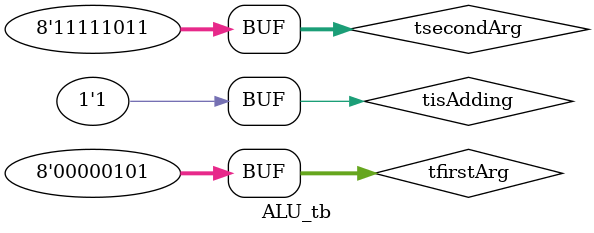
<source format=v>
`timescale 1ns/1ns
module ALU_tb ();
    reg [7:0] tfirstArg;
    reg [7:0] tsecondArg;
    reg tisAdding;
    wire toverflow;
    wire tisZero;
    wire tunsignedOverflow;
    wire tsign;
    wire [7:0] tresult;

    alu aALU( .firstArg(tfirstArg), .secondArg(tsecondArg), .isAdding(tisAdding),
    .overflow(toverflow), .unsignedOverflow(tunsignedOverflow), .isZero(tisZero),
    .sign(tsign), .result(tresult) );
    
    initial begin
        tisAdding = 1'b1;
        tfirstArg = +8'd5;
        tsecondArg = +8'd25;
        #10
        tisAdding = 1'b0;
        #10
        tsecondArg = -8'd5;
        #10
        tisAdding = 1'b1;
    end

endmodule

</source>
